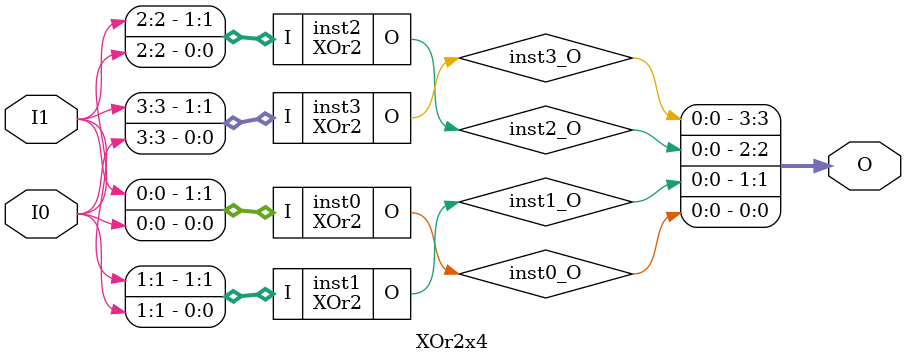
<source format=v>
module XOr2 (input [1:0] I, output  O);
wire  inst0_O;
SB_LUT4 #(.LUT_INIT(16'h6666)) inst0 (.I0(I[0]), .I1(I[1]), .I2(1'b0), .I3(1'b0), .O(inst0_O));
assign O = inst0_O;
endmodule

module XOr2x4 (input [3:0] I0, input [3:0] I1, output [3:0] O);
wire  inst0_O;
wire  inst1_O;
wire  inst2_O;
wire  inst3_O;
XOr2 inst0 (.I({I1[0],I0[0]}), .O(inst0_O));
XOr2 inst1 (.I({I1[1],I0[1]}), .O(inst1_O));
XOr2 inst2 (.I({I1[2],I0[2]}), .O(inst2_O));
XOr2 inst3 (.I({I1[3],I0[3]}), .O(inst3_O));
assign O = {inst3_O,inst2_O,inst1_O,inst0_O};
endmodule


</source>
